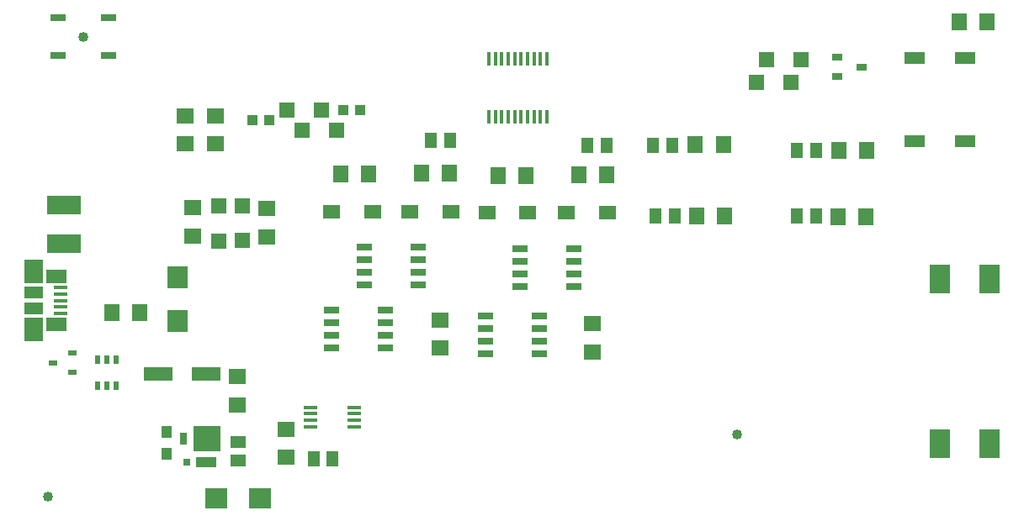
<source format=gbr>
G04 EAGLE Gerber RS-274X export*
G75*
%MOMM*%
%FSLAX34Y34*%
%LPD*%
%INSolderpaste Top*%
%IPPOS*%
%AMOC8*
5,1,8,0,0,1.08239X$1,22.5*%
G01*
%ADD10R,1.500000X1.500000*%
%ADD11R,1.803000X1.600000*%
%ADD12R,1.524000X0.762000*%
%ADD13R,3.000000X1.400000*%
%ADD14R,1.000000X1.200000*%
%ADD15R,3.400000X1.900000*%
%ADD16R,2.667000X2.540000*%
%ADD17R,0.762000X1.270000*%
%ADD18R,2.000000X1.100000*%
%ADD19R,0.800000X0.800000*%
%ADD20R,1.525000X0.650000*%
%ADD21R,1.600000X1.803000*%
%ADD22R,1.803400X1.473200*%
%ADD23R,1.415000X0.450000*%
%ADD24R,0.508000X0.876300*%
%ADD25R,0.863600X0.482600*%
%ADD26R,1.500000X1.300000*%
%ADD27R,1.300000X1.500000*%
%ADD28R,1.600000X1.800000*%
%ADD29R,1.380000X0.450000*%
%ADD30R,2.100000X1.475000*%
%ADD31R,1.900000X1.175000*%
%ADD32R,1.900000X2.375000*%
%ADD33C,1.016000*%
%ADD34R,2.150000X2.200000*%
%ADD35R,2.200000X2.150000*%
%ADD36R,1.300000X1.600000*%
%ADD37R,1.000000X0.700000*%
%ADD38R,2.025000X1.275000*%
%ADD39R,1.000000X1.100000*%
%ADD40R,2.020000X2.950000*%
%ADD41R,0.450000X1.475000*%


D10*
X198230Y281910D03*
X198230Y316910D03*
X222200Y282390D03*
X222200Y317390D03*
D11*
X172230Y287140D03*
X172230Y315580D03*
X247160Y285870D03*
X247160Y314310D03*
D12*
X87800Y469140D03*
X37000Y469140D03*
X87800Y507240D03*
X37000Y507240D03*
D13*
X137504Y148242D03*
X185504Y148242D03*
D14*
X146264Y67900D03*
X146264Y89900D03*
D15*
X42632Y318364D03*
X42632Y279364D03*
D16*
X186792Y82456D03*
D17*
X163292Y82456D03*
D18*
X185776Y59088D03*
D19*
X166776Y59088D03*
D20*
X344950Y275750D03*
X344950Y263050D03*
X344950Y250350D03*
X344950Y237650D03*
X399190Y237650D03*
X399190Y250350D03*
X399190Y263050D03*
X399190Y275750D03*
D21*
X821400Y306230D03*
X849840Y306230D03*
X430740Y350680D03*
X402300Y350680D03*
X321020Y349410D03*
X349460Y349410D03*
X707600Y307500D03*
X679160Y307500D03*
D22*
X390993Y311310D03*
X431887Y311310D03*
X312253Y311310D03*
X353147Y311310D03*
D20*
X311930Y212250D03*
X311930Y199550D03*
X311930Y186850D03*
X311930Y174150D03*
X366170Y174150D03*
X366170Y186850D03*
X366170Y199550D03*
X366170Y212250D03*
D11*
X421600Y202340D03*
X421600Y173900D03*
D20*
X501360Y273800D03*
X501360Y261100D03*
X501360Y248400D03*
X501360Y235700D03*
X555600Y235700D03*
X555600Y248400D03*
X555600Y261100D03*
X555600Y273800D03*
D21*
X822470Y372950D03*
X850910Y372950D03*
X589290Y348820D03*
X560850Y348820D03*
X479570Y347550D03*
X508010Y347550D03*
X706530Y379210D03*
X678090Y379210D03*
D22*
X548673Y310630D03*
X589567Y310630D03*
X468663Y310630D03*
X509557Y310630D03*
D20*
X467070Y206490D03*
X467070Y193790D03*
X467070Y181090D03*
X467070Y168390D03*
X521310Y168390D03*
X521310Y181090D03*
X521310Y193790D03*
X521310Y206490D03*
D11*
X574680Y198730D03*
X574680Y170290D03*
D23*
X291140Y114290D03*
X291140Y107790D03*
X291140Y101290D03*
X291140Y94790D03*
X334980Y94790D03*
X334980Y101290D03*
X334980Y107790D03*
X334980Y114290D03*
D24*
X76460Y135896D03*
X85960Y135896D03*
X95460Y135896D03*
X95460Y162185D03*
X85960Y162185D03*
X76460Y162185D03*
D25*
X51412Y149700D03*
X51412Y168700D03*
X32108Y159200D03*
D11*
X217380Y116760D03*
X217380Y145200D03*
D26*
X217920Y60580D03*
X217920Y79580D03*
D27*
X294060Y62780D03*
X313060Y62780D03*
D11*
X266060Y92260D03*
X266060Y63820D03*
D28*
X118880Y210080D03*
X90880Y210080D03*
D29*
X39100Y235000D03*
X39100Y228500D03*
X39100Y222000D03*
X39100Y215500D03*
X39100Y209000D03*
D30*
X35500Y197475D03*
X35500Y246525D03*
D31*
X12500Y230375D03*
X12500Y213625D03*
D32*
X12500Y251125D03*
X12500Y192875D03*
D11*
X195540Y379640D03*
X195540Y408080D03*
X165060Y379640D03*
X165060Y408080D03*
D33*
X62190Y487840D03*
X26630Y24290D03*
X720558Y87282D03*
D34*
X157440Y201680D03*
X157440Y245680D03*
D35*
X196400Y23020D03*
X240400Y23020D03*
D27*
X799400Y307500D03*
X780400Y307500D03*
X657160Y307500D03*
X638160Y307500D03*
X799400Y373540D03*
X780400Y373540D03*
X654620Y378620D03*
X635620Y378620D03*
D36*
X431600Y383700D03*
X411600Y383700D03*
X589080Y378620D03*
X569080Y378620D03*
D21*
X971760Y503080D03*
X943320Y503080D03*
D37*
X821080Y466860D03*
X821080Y447860D03*
X845080Y457360D03*
D38*
X949900Y382720D03*
X899140Y465960D03*
X899140Y382720D03*
X949900Y465960D03*
D10*
X301940Y414180D03*
X266940Y414180D03*
X282180Y393860D03*
X317180Y393860D03*
D39*
X249760Y404020D03*
X232760Y404020D03*
X324200Y414180D03*
X341200Y414180D03*
D40*
X924254Y77714D03*
X974254Y77714D03*
X924000Y243840D03*
X974000Y243840D03*
D41*
X528868Y465498D03*
X522368Y465498D03*
X515868Y465498D03*
X509368Y465498D03*
X502868Y465498D03*
X496368Y465498D03*
X489868Y465498D03*
X483368Y465498D03*
X476868Y465498D03*
X470368Y465498D03*
X470368Y406738D03*
X476868Y406738D03*
X483368Y406738D03*
X489868Y406738D03*
X496368Y406738D03*
X502868Y406738D03*
X509368Y406738D03*
X515868Y406738D03*
X522368Y406738D03*
X528868Y406738D03*
D10*
X749580Y464820D03*
X784580Y464820D03*
X739420Y441960D03*
X774420Y441960D03*
M02*

</source>
